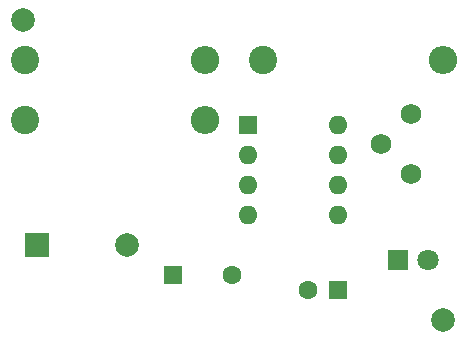
<source format=gtl>
G04 #@! TF.GenerationSoftware,KiCad,Pcbnew,5.1.5+dfsg1-2build2*
G04 #@! TF.CreationDate,2021-07-21T17:56:19+05:30*
G04 #@! TF.ProjectId,tank_full_indicator,74616e6b-5f66-4756-9c6c-5f696e646963,rev?*
G04 #@! TF.SameCoordinates,Original*
G04 #@! TF.FileFunction,Copper,L1,Top*
G04 #@! TF.FilePolarity,Positive*
%FSLAX46Y46*%
G04 Gerber Fmt 4.6, Leading zero omitted, Abs format (unit mm)*
G04 Created by KiCad (PCBNEW 5.1.5+dfsg1-2build2) date 2021-07-21 17:56:19*
%MOMM*%
%LPD*%
G04 APERTURE LIST*
%ADD10R,1.800000X1.800000*%
%ADD11C,1.800000*%
%ADD12R,1.600000X1.600000*%
%ADD13O,1.600000X1.600000*%
%ADD14R,2.000000X2.000000*%
%ADD15C,2.000000*%
%ADD16C,1.600000*%
%ADD17C,2.400000*%
%ADD18O,2.400000X2.400000*%
%ADD19C,1.750000*%
G04 APERTURE END LIST*
D10*
X162560000Y-101600000D03*
D11*
X165100000Y-101600000D03*
D12*
X149860000Y-90170000D03*
D13*
X157480000Y-97790000D03*
X149860000Y-92710000D03*
X157480000Y-95250000D03*
X149860000Y-95250000D03*
X157480000Y-92710000D03*
X149860000Y-97790000D03*
X157480000Y-90170000D03*
D14*
X132015001Y-100330000D03*
D15*
X139615001Y-100330000D03*
D12*
X157480000Y-104140000D03*
D16*
X154980000Y-104140000D03*
D12*
X143510000Y-102870000D03*
D16*
X148510000Y-102870000D03*
D17*
X131015001Y-84625001D03*
D18*
X146255001Y-84625001D03*
X146255001Y-89775001D03*
D17*
X131015001Y-89775001D03*
X151130000Y-84625001D03*
D18*
X166370000Y-84625001D03*
D19*
X163705001Y-89245001D03*
X161165001Y-91785001D03*
X163705001Y-94325001D03*
D15*
X130810000Y-81280000D03*
X166370000Y-106680000D03*
M02*

</source>
